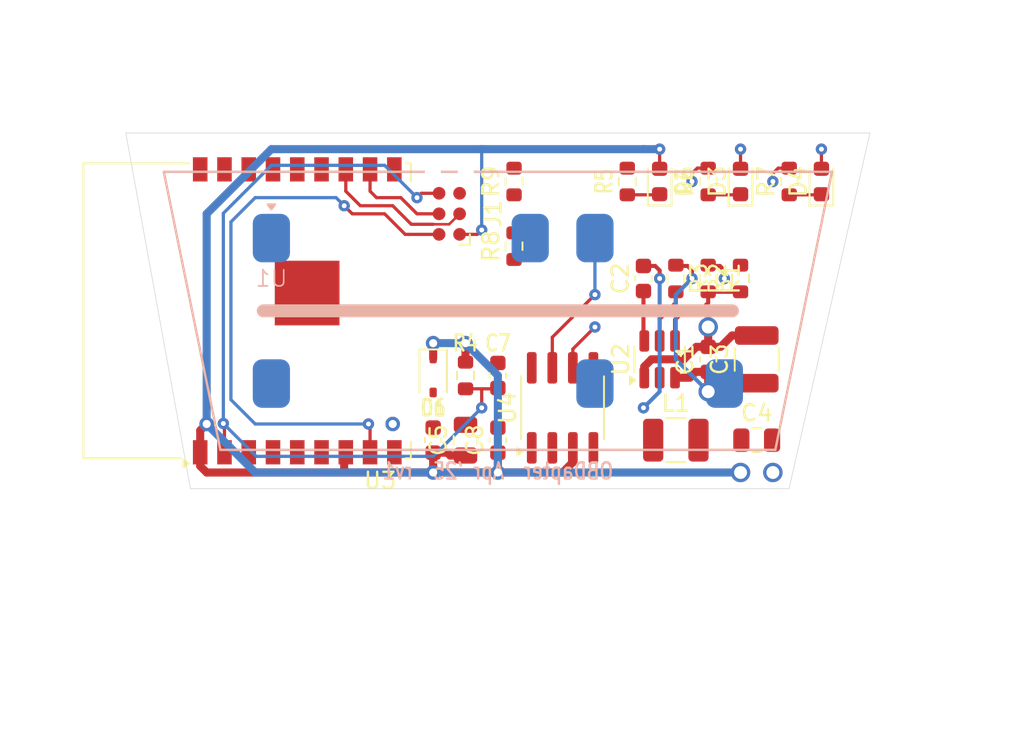
<source format=kicad_pcb>
(kicad_pcb (version 20240108) (generator "pcbnew") (generator_version "8.0")
  (layers (0 "F.Cu" signal "Front") (31 "B.Cu" signal "Back") (34 "B.Paste" user) (35 "F.Paste" user) (36 "B.SilkS" user "B.Silkscreen") (37 "F.SilkS" user "F.Silkscreen") (38 "B.Mask" user) (39 "F.Mask" user) (44 "Edge.Cuts" user))
  (net 0 "")
  (net 1 "vobd")
  (net 2 "can.can.canl")
  (net 3 "can.can.canh")
  (net 4 "gnd")
  (net 5 "v3v3")
  (net 6 "reg_3v3.fb.output")
  (net 7 "reg_3v3.en_res.b")
  (net 8 "mcu.program_en_node")
  (net 9 "ledr.res.a")
  (net 10 "mcu.program_boot_node")
  (net 11 "ledg.signal")
  (net 12 "ledg.res.a")
  (net 13 "ledw.res.a")
  (net 14 "ledw.signal")
  (net 15 "vobd_sense.output")
  (net 16 "can.controller.txd")
  (net 17 "mcu.program_uart_node.a_tx")
  (net 18 "can.controller.rxd")
  (net 19 "mcu.program_uart_node.b_tx")
  (net 20 "reg_3v3.boot_cap.neg")
  (net 21 "reg_3v3.boot_cap.pos")
  (footprint "Diode_SMD:D_SOD-323" (layer "F.Cu") (at 96 104 -90)
    (property "Reference" "D1" (at 2 0 360) (layer "F.SilkS") (effects (font (size 1 0.8))))
    (property "Value" "5?A@1V 90? Single 3.53V~3.67V 200mW 3.6V SOD-323 Zener Diodes ROHS")
    (fp_line (start -1.61 0.85) (end 1.05 0.85) (stroke (width 0.12)) (layer "F.SilkS"))
    (fp_line (start -1.61 -0.85) (end -1.61 0.85) (stroke (width 0.12)) (layer "F.SilkS"))
    (fp_line (start -1.61 -0.85) (end 1.05 -0.85) (stroke (width 0.12)) (layer "F.SilkS"))
    (pad "1" smd roundrect (at -1.05 0 270) (size 0.6 0.45) (layers "F.Cu" "F.Paste" "F.Mask") (net 5 "v3v3"))
    (pad "2" smd roundrect (at 1.05 0 270) (size 0.6 0.45) (layers "F.Cu" "F.Paste" "F.Mask") (net 4 "gnd"))
  )
  (footprint "Capacitor_SMD:C_0603_1608Metric" (layer "F.Cu") (at 109 98 90)
    (property "Reference" "C2" (at 0 -1.43 90) (layer "F.SilkS"))
    (property "Value" "100nF")
    (fp_line (start -0.14058 -0.51) (end 0.14058 -0.51) (stroke (width 0.12)) (layer "F.SilkS"))
    (fp_line (start -0.14058 0.51) (end 0.14058 0.51) (stroke (width 0.12)) (layer "F.SilkS"))
    (pad "1" smd roundrect (at -0.775 0 90) (size 0.9 0.95) (layers "F.Cu" "F.Paste" "F.Mask") (net 21 "reg_3v3.boot_cap.pos"))
    (pad "2" smd roundrect (at 0.775 0 90) (size 0.9 0.95) (layers "F.Cu" "F.Paste" "F.Mask") (net 20 "reg_3v3.boot_cap.neg"))
  )
  (footprint "Resistor_SMD:R_0603_1608Metric" (layer "F.Cu") (at 98 104 -90)
    (property "Reference" "R4" (at -2 0 360) (layer "F.SilkS") (effects (font (size 1 0.8))))
    (property "Value" "10k, 1%, 0.1 W")
    (fp_line (start -0.237258 0.5225) (end 0.237258 0.5225) (stroke (width 0.12)) (layer "F.SilkS"))
    (fp_line (start -0.237258 -0.5225) (end 0.237258 -0.5225) (stroke (width 0.12)) (layer "F.SilkS"))
    (pad "1" smd roundrect (at -0.825 0 270) (size 0.8 0.95) (layers "F.Cu" "F.Paste" "F.Mask") (net 5 "v3v3"))
    (pad "2" smd roundrect (at 0.825 0 270) (size 0.8 0.95) (layers "F.Cu" "F.Paste" "F.Mask") (net 8 "mcu.program_en_node"))
  )
  (footprint "RF_Module:ESP-WROOM-02" (layer "F.Cu") (at 87.6 100 90)
    (property "Reference" "U3" (at -10.5 5.13 180) (layer "F.SilkS"))
    (property "Value" "ESP32-C3-WROOM-02")
    (fp_line (start 9.12 -13.22) (end 9.12 -6.7) (stroke (width 0.12)) (layer "F.SilkS"))
    (fp_line (start -9.12 -13.22) (end 9.12 -13.22) (stroke (width 0.12)) (layer "F.SilkS"))
    (fp_line (start -9.12 -13.22) (end -9.12 -7.2) (stroke (width 0.12)) (layer "F.SilkS"))
    (fp_line (start 9.12 6.7) (end 9.12 7) (stroke (width 0.12)) (layer "F.SilkS"))
    (fp_line (start -9.12 6.7) (end -9.12 7.02) (stroke (width 0.12)) (layer "F.SilkS"))
    (fp_line (start 8 7.02) (end 9.12 7.02) (stroke (width 0.12)) (layer "F.SilkS"))
    (fp_line (start -9.12 7.02) (end -8.1 7.02) (stroke (width 0.12)) (layer "F.SilkS"))
    (fp_poly (pts (xy -9.45 -6.7) (xy -9.69 -7.036) (xy -9.21 -7.036) (xy -9.45 -6.7)) (stroke (width 0.12)) (fill solid) (layer "F.SilkS"))
    (pad "1" smd rect (at -8.75 -6 90) (size 1.5 0.9) (layers "F.Cu" "F.Paste" "F.Mask") (net 5 "v3v3"))
    (pad "2" smd rect (at -8.75 -4.5 90) (size 1.5 0.9) (layers "F.Cu" "F.Paste" "F.Mask") (net 8 "mcu.program_en_node"))
    (pad "3" smd rect (at -8.75 -3 90) (size 1.5 0.9) (layers "F.Cu" "F.Paste" "F.Mask") (net 16 "can.controller.txd"))
    (pad "4" smd rect (at -8.75 -1.5 90) (size 1.5 0.9) (layers "F.Cu" "F.Paste" "F.Mask") (net 18 "can.controller.rxd"))
    (pad "5" smd rect (at -8.75 0 90) (size 1.5 0.9) (layers "F.Cu" "F.Paste" "F.Mask"))
    (pad "6" smd rect (at -8.75 1.5 90) (size 1.5 0.9) (layers "F.Cu" "F.Paste" "F.Mask"))
    (pad "7" smd rect (at -8.75 3 90) (size 1.5 0.9) (layers "F.Cu" "F.Paste" "F.Mask") (net 5 "v3v3"))
    (pad "8" smd rect (at -8.75 4.5 90) (size 1.5 0.9) (layers "F.Cu" "F.Paste" "F.Mask") (net 10 "mcu.program_boot_node"))
    (pad "9" smd rect (at -8.75 6 90) (size 1.5 0.9) (layers "F.Cu" "F.Paste" "F.Mask") (net 4 "gnd"))
    (pad "10" smd rect (at 8.75 6 90) (size 1.5 0.9) (layers "F.Cu" "F.Paste" "F.Mask"))
    (pad "11" smd rect (at 8.75 4.5 90) (size 1.5 0.9) (layers "F.Cu" "F.Paste" "F.Mask") (net 19 "mcu.program_uart_node.b_tx"))
    (pad "12" smd rect (at 8.75 3 90) (size 1.5 0.9) (layers "F.Cu" "F.Paste" "F.Mask") (net 17 "mcu.program_uart_node.a_tx"))
    (pad "13" smd rect (at 8.75 1.5 90) (size 1.5 0.9) (layers "F.Cu" "F.Paste" "F.Mask"))
    (pad "14" smd rect (at 8.75 0 90) (size 1.5 0.9) (layers "F.Cu" "F.Paste" "F.Mask"))
    (pad "15" smd rect (at 8.75 -1.5 90) (size 1.5 0.9) (layers "F.Cu" "F.Paste" "F.Mask") (net 14 "ledw.signal"))
    (pad "16" smd rect (at 8.75 -3 90) (size 1.5 0.9) (layers "F.Cu" "F.Paste" "F.Mask") (net 5 "v3v3"))
    (pad "17" smd rect (at 8.75 -4.5 90) (size 1.5 0.9) (layers "F.Cu" "F.Paste" "F.Mask") (net 11 "ledg.signal"))
    (pad "18" smd rect (at 8.75 -6 90) (size 1.5 0.9) (layers "F.Cu" "F.Paste" "F.Mask") (net 15 "vobd_sense.output"))
    (pad "19" smd rect (at 1.1 0.61 90) (size 4 4) (layers "F.Cu" "F.Paste" "F.Mask") (net 4 "gnd"))
  )
  (footprint "LED_SMD:LED_0603_1608Metric" (layer "F.Cu") (at 115 92 90)
    (property "Reference" "D3" (at 0 -1.43 90) (layer "F.SilkS"))
    (property "Value" "LED")
    (fp_line (start 0.8 -0.735) (end -1.485 -0.735) (stroke (width 0.12)) (layer "F.SilkS"))
    (fp_line (start -1.485 -0.735) (end -1.485 0.735) (stroke (width 0.12)) (layer "F.SilkS"))
    (fp_line (start -1.485 0.735) (end 0.8 0.735) (stroke (width 0.12)) (layer "F.SilkS"))
    (pad "1" smd roundrect (at -0.7875 0 90) (size 0.875 0.95) (layers "F.Cu" "F.Paste" "F.Mask") (net 12 "ledg.res.a"))
    (pad "2" smd roundrect (at 0.7875 0 90) (size 0.875 0.95) (layers "F.Cu" "F.Paste" "F.Mask") (net 11 "ledg.signal"))
  )
  (footprint "Capacitor_SMD:C_0805_2012Metric" (layer "F.Cu") (at 116 108)
    (property "Reference" "C4" (at 0 -1.68 360) (layer "F.SilkS"))
    (property "Value" "10uF")
    (fp_line (start -0.261252 -0.735) (end 0.261252 -0.735) (stroke (width 0.12)) (layer "F.SilkS"))
    (fp_line (start -0.261252 0.735) (end 0.261252 0.735) (stroke (width 0.12)) (layer "F.SilkS"))
    (pad "1" smd roundrect (at -0.95 0) (size 1 1.45) (layers "F.Cu" "F.Paste" "F.Mask") (net 5 "v3v3"))
    (pad "2" smd roundrect (at 0.95 0) (size 1 1.45) (layers "F.Cu" "F.Paste" "F.Mask") (net 4 "gnd"))
  )
  (footprint "Capacitor_SMD:C_0603_1608Metric" (layer "F.Cu") (at 113 103 90)
    (property "Reference" "C1" (at 0 -1.43 90) (layer "F.SilkS"))
    (property "Value" "100nF")
    (fp_line (start -0.14058 -0.51) (end 0.14058 -0.51) (stroke (width 0.12)) (layer "F.SilkS"))
    (fp_line (start -0.14058 0.51) (end 0.14058 0.51) (stroke (width 0.12)) (layer "F.SilkS"))
    (pad "1" smd roundrect (at -0.775 0 90) (size 0.9 0.95) (layers "F.Cu" "F.Paste" "F.Mask") (net 1 "vobd"))
    (pad "2" smd roundrect (at 0.775 0 90) (size 0.9 0.95) (layers "F.Cu" "F.Paste" "F.Mask") (net 4 "gnd"))
  )
  (footprint "Resistor_SMD:R_0603_1608Metric" (layer "F.Cu") (at 101 96 90)
    (property "Reference" "R8" (at 0 -1.43 90) (layer "F.SilkS"))
    (property "Value" "100k, 1%, 0.1 W")
    (fp_line (start -0.237258 -0.5225) (end 0.237258 -0.5225) (stroke (width 0.12)) (layer "F.SilkS"))
    (fp_line (start -0.237258 0.5225) (end 0.237258 0.5225) (stroke (width 0.12)) (layer "F.SilkS"))
    (pad "1" smd roundrect (at -0.825 0 90) (size 0.8 0.95) (layers "F.Cu" "F.Paste" "F.Mask") (net 1 "vobd"))
    (pad "2" smd roundrect (at 0.825 0 90) (size 0.8 0.95) (layers "F.Cu" "F.Paste" "F.Mask") (net 15 "vobd_sense.output"))
  )
  (footprint "Capacitor_SMD:C_1210_3225Metric" (layer "F.Cu") (at 116 103 90)
    (property "Reference" "C3" (at 0 -2.3 90) (layer "F.SilkS"))
    (property "Value" "10uF")
    (fp_line (start -0.711252 -1.36) (end 0.711252 -1.36) (stroke (width 0.12)) (layer "F.SilkS"))
    (fp_line (start -0.711252 1.36) (end 0.711252 1.36) (stroke (width 0.12)) (layer "F.SilkS"))
    (pad "1" smd roundrect (at -1.475 0 90) (size 1.15 2.7) (layers "F.Cu" "F.Paste" "F.Mask") (roundrect_rratio 0.217391) (net 1 "vobd"))
    (pad "2" smd roundrect (at 1.475 0 90) (size 1.15 2.7) (layers "F.Cu" "F.Paste" "F.Mask") (roundrect_rratio 0.217391) (net 4 "gnd"))
  )
  (footprint "Resistor_SMD:R_0603_1608Metric" (layer "F.Cu") (at 108 92 90)
    (property "Reference" "R5" (at 0 -1.43 90) (layer "F.SilkS") (effects (font (size 1 0.8))))
    (property "Value" "1k, 1%, 0.1 W")
    (fp_line (start -0.237258 -0.5225) (end 0.237258 -0.5225) (stroke (width 0.12)) (layer "F.SilkS"))
    (fp_line (start -0.237258 0.5225) (end 0.237258 0.5225) (stroke (width 0.12)) (layer "F.SilkS"))
    (pad "1" smd roundrect (at -0.825 0 90) (size 0.8 0.95) (layers "F.Cu" "F.Paste" "F.Mask") (net 9 "ledr.res.a"))
    (pad "2" smd roundrect (at 0.825 0 90) (size 0.8 0.95) (layers "F.Cu" "F.Paste" "F.Mask") (net 10 "mcu.program_boot_node"))
  )
  (footprint "LED_SMD:LED_0603_1608Metric" (layer "F.Cu") (at 120 92 90)
    (property "Reference" "D4" (at 0 -1.43 90) (layer "F.SilkS"))
    (property "Value" "LED")
    (fp_line (start 0.8 -0.735) (end -1.485 -0.735) (stroke (width 0.12)) (layer "F.SilkS"))
    (fp_line (start -1.485 -0.735) (end -1.485 0.735) (stroke (width 0.12)) (layer "F.SilkS"))
    (fp_line (start -1.485 0.735) (end 0.8 0.735) (stroke (width 0.12)) (layer "F.SilkS"))
    (pad "1" smd roundrect (at -0.7875 0 90) (size 0.875 0.95) (layers "F.Cu" "F.Paste" "F.Mask") (net 13 "ledw.res.a"))
    (pad "2" smd roundrect (at 0.7875 0 90) (size 0.875 0.95) (layers "F.Cu" "F.Paste" "F.Mask") (net 14 "ledw.signal"))
  )
  (footprint "Resistor_SMD:R_0603_1608Metric" (layer "F.Cu") (at 101 92 90)
    (property "Reference" "R9" (at 0 -1.43 90) (layer "F.SilkS"))
    (property "Value" "10k, 1%, 0.1 W")
    (fp_line (start -0.237258 -0.5225) (end 0.237258 -0.5225) (stroke (width 0.12)) (layer "F.SilkS"))
    (fp_line (start -0.237258 0.5225) (end 0.237258 0.5225) (stroke (width 0.12)) (layer "F.SilkS"))
    (pad "1" smd roundrect (at -0.825 0 90) (size 0.8 0.95) (layers "F.Cu" "F.Paste" "F.Mask") (net 15 "vobd_sense.output"))
    (pad "2" smd roundrect (at 0.825 0 90) (size 0.8 0.95) (layers "F.Cu" "F.Paste" "F.Mask") (net 4 "gnd"))
  )
  (footprint "Capacitor_SMD:C_0603_1608Metric" (layer "F.Cu") (at 96 108 90)
    (property "Reference" "C6" (at 2 0 360) (layer "F.SilkS") (effects (font (size 1 0.8))))
    (property "Value" "100nF")
    (fp_line (start -0.14058 -0.51) (end 0.14058 -0.51) (stroke (width 0.12)) (layer "F.SilkS"))
    (fp_line (start -0.14058 0.51) (end 0.14058 0.51) (stroke (width 0.12)) (layer "F.SilkS"))
    (pad "1" smd roundrect (at -0.775 0 90) (size 0.9 0.95) (layers "F.Cu" "F.Paste" "F.Mask") (net 5 "v3v3"))
    (pad "2" smd roundrect (at 0.775 0 90) (size 0.9 0.95) (layers "F.Cu" "F.Paste" "F.Mask") (net 4 "gnd"))
  )
  (footprint "Capacitor_SMD:C_0603_1608Metric" (layer "F.Cu") (at 100 108 90)
    (property "Reference" "C8" (at 0 -1.43 90) (layer "F.SilkS"))
    (property "Value" "100nF")
    (fp_line (start -0.14058 -0.51) (end 0.14058 -0.51) (stroke (width 0.12)) (layer "F.SilkS"))
    (fp_line (start -0.14058 0.51) (end 0.14058 0.51) (stroke (width 0.12)) (layer "F.SilkS"))
    (pad "1" smd roundrect (at -0.775 0 90) (size 0.9 0.95) (layers "F.Cu" "F.Paste" "F.Mask") (net 5 "v3v3"))
    (pad "2" smd roundrect (at 0.775 0 90) (size 0.9 0.95) (layers "F.Cu" "F.Paste" "F.Mask") (net 4 "gnd"))
  )
  (footprint "Package_SO:SOIC-8_3.9x4.9mm_P1.27mm" (layer "F.Cu") (at 104 106 90)
    (property "Reference" "U4" (at 0 -3.4 90) (layer "F.SilkS"))
    (property "Value" "SN65HVD230DR")
    (fp_line (start 0 -2.56) (end 1.95 -2.56) (stroke (width 0.12)) (layer "F.SilkS"))
    (fp_line (start 0 -2.56) (end -1.95 -2.56) (stroke (width 0.12)) (layer "F.SilkS"))
    (fp_line (start 0 2.56) (end 1.95 2.56) (stroke (width 0.12)) (layer "F.SilkS"))
    (fp_line (start 0 2.56) (end -1.95 2.56) (stroke (width 0.12)) (layer "F.SilkS"))
    (fp_poly (pts (xy -2.7 -2.465) (xy -2.94 -2.795) (xy -2.46 -2.795) (xy -2.7 -2.465)) (stroke (width 0.12)) (fill solid) (layer "F.SilkS"))
    (pad "1" smd roundrect (at -2.475 -1.905 90) (size 1.95 0.6) (layers "F.Cu" "F.Paste" "F.Mask") (net 16 "can.controller.txd"))
    (pad "2" smd roundrect (at -2.475 -0.635 90) (size 1.95 0.6) (layers "F.Cu" "F.Paste" "F.Mask") (net 4 "gnd"))
    (pad "3" smd roundrect (at -2.475 0.635 90) (size 1.95 0.6) (layers "F.Cu" "F.Paste" "F.Mask") (net 5 "v3v3"))
    (pad "4" smd roundrect (at -2.475 1.905 90) (size 1.95 0.6) (layers "F.Cu" "F.Paste" "F.Mask") (net 18 "can.controller.rxd"))
    (pad "5" smd roundrect (at 2.475 1.905 90) (size 1.95 0.6) (layers "F.Cu" "F.Paste" "F.Mask"))
    (pad "6" smd roundrect (at 2.475 0.635 90) (size 1.95 0.6) (layers "F.Cu" "F.Paste" "F.Mask") (net 2 "can.can.canl"))
    (pad "7" smd roundrect (at 2.475 -0.635 90) (size 1.95 0.6) (layers "F.Cu" "F.Paste" "F.Mask") (net 3 "can.can.canh"))
    (pad "8" smd roundrect (at 2.475 -1.905 90) (size 1.95 0.6) (layers "F.Cu" "F.Paste" "F.Mask") (net 4 "gnd"))
  )
  (footprint "Resistor_SMD:R_0603_1608Metric" (layer "F.Cu") (at 115 98 90)
    (property "Reference" "R2" (at 0 -1.43 90) (layer "F.SilkS"))
    (property "Value" "1.5k, 1%, 0.1 W")
    (fp_line (start -0.237258 -0.5225) (end 0.237258 -0.5225) (stroke (width 0.12)) (layer "F.SilkS"))
    (fp_line (start -0.237258 0.5225) (end 0.237258 0.5225) (stroke (width 0.12)) (layer "F.SilkS"))
    (pad "1" smd roundrect (at -0.825 0 90) (size 0.8 0.95) (layers "F.Cu" "F.Paste" "F.Mask") (net 6 "reg_3v3.fb.output"))
    (pad "2" smd roundrect (at 0.825 0 90) (size 0.8 0.95) (layers "F.Cu" "F.Paste" "F.Mask") (net 4 "gnd"))
  )
  (footprint "Package_TO_SOT_SMD:SOT-23-6" (layer "F.Cu") (at 110 103 90)
    (property "Reference" "U2" (at 0 -2.4 90) (layer "F.SilkS"))
    (property "Value" "TPS54202H")
    (fp_line (start 0 -1.56) (end 0.8 -1.56) (stroke (width 0.12)) (layer "F.SilkS"))
    (fp_line (start 0 -1.56) (end -0.8 -1.56) (stroke (width 0.12)) (layer "F.SilkS"))
    (fp_line (start 0 1.56) (end 0.8 1.56) (stroke (width 0.12)) (layer "F.SilkS"))
    (fp_line (start 0 1.56) (end -0.8 1.56) (stroke (width 0.12)) (layer "F.SilkS"))
    (fp_poly (pts (xy -1.3 -1.51) (xy -1.54 -1.84) (xy -1.06 -1.84) (xy -1.3 -1.51)) (stroke (width 0.12)) (fill solid) (layer "F.SilkS"))
    (pad "1" smd roundrect (at -1.1375 -0.95 90) (size 1.325 0.6) (layers "F.Cu" "F.Paste" "F.Mask") (net 4 "gnd"))
    (pad "2" smd roundrect (at -1.1375 0 90) (size 1.325 0.6) (layers "F.Cu" "F.Paste" "F.Mask") (net 20 "reg_3v3.boot_cap.neg"))
    (pad "3" smd roundrect (at -1.1375 0.95 90) (size 1.325 0.6) (layers "F.Cu" "F.Paste" "F.Mask") (net 1 "vobd"))
    (pad "4" smd roundrect (at 1.1375 0.95 90) (size 1.325 0.6) (layers "F.Cu" "F.Paste" "F.Mask") (net 6 "reg_3v3.fb.output"))
    (pad "5" smd roundrect (at 1.1375 0 90) (size 1.325 0.6) (layers "F.Cu" "F.Paste" "F.Mask") (net 7 "reg_3v3.en_res.b"))
    (pad "6" smd roundrect (at 1.1375 -0.95 90) (size 1.325 0.6) (layers "F.Cu" "F.Paste" "F.Mask") (net 21 "reg_3v3.boot_cap.pos"))
  )
  (footprint "Inductor_SMD:L_1210_3225Metric" (layer "F.Cu") (at 111 108)
    (property "Reference" "L1" (at 0 -2.28 0) (layer "F.SilkS"))
    (property "Value" "620mA 22uH ±10% 270m? 1210 Inductors (SMD) ROHS")
    (fp_line (start -0.602064 -1.36) (end 0.602064 -1.36) (stroke (width 0.12)) (layer "F.SilkS"))
    (fp_line (start -0.602064 1.36) (end 0.602064 1.36) (stroke (width 0.12)) (layer "F.SilkS"))
    (pad "1" smd roundrect (at -1.4 0) (size 1.25 2.65) (layers "F.Cu" "F.Paste" "F.Mask") (roundrect_rratio 0.2) (net 20 "reg_3v3.boot_cap.neg"))
    (pad "2" smd roundrect (at 1.4 0) (size 1.25 2.65) (layers "F.Cu" "F.Paste" "F.Mask") (roundrect_rratio 0.2) (net 5 "v3v3"))
  )
  (footprint "Capacitor_SMD:C_0805_2012Metric" (layer "F.Cu") (at 98 108 90)
    (property "Reference" "C5" (at 0 -1.68 90) (layer "F.SilkS"))
    (property "Value" "10uF")
    (fp_line (start -0.261252 -0.735) (end 0.261252 -0.735) (stroke (width 0.12)) (layer "F.SilkS"))
    (fp_line (start -0.261252 0.735) (end 0.261252 0.735) (stroke (width 0.12)) (layer "F.SilkS"))
    (pad "1" smd roundrect (at -0.95 0 90) (size 1 1.45) (layers "F.Cu" "F.Paste" "F.Mask") (net 5 "v3v3"))
    (pad "2" smd roundrect (at 0.95 0 90) (size 1 1.45) (layers "F.Cu" "F.Paste" "F.Mask") (net 4 "gnd"))
  )
  (footprint "Capacitor_SMD:C_0603_1608Metric" (layer "F.Cu") (at 100 104 90)
    (property "Reference" "C7" (at 2 0 180) (layer "F.SilkS") (effects (font (size 1 0.8))))
    (property "Value" "1uF")
    (fp_line (start -0.14058 -0.51) (end 0.14058 -0.51) (stroke (width 0.12)) (layer "F.SilkS"))
    (fp_line (start -0.14058 0.51) (end 0.14058 0.51) (stroke (width 0.12)) (layer "F.SilkS"))
    (pad "1" smd roundrect (at -0.775 0 90) (size 0.9 0.95) (layers "F.Cu" "F.Paste" "F.Mask") (net 8 "mcu.program_en_node"))
    (pad "2" smd roundrect (at 0.775 0 90) (size 0.9 0.95) (layers "F.Cu" "F.Paste" "F.Mask") (net 4 "gnd"))
  )
  (footprint "Resistor_SMD:R_0603_1608Metric" (layer "F.Cu") (at 111 98 -90)
    (property "Reference" "R3" (at 0 -1.43 90) (layer "F.SilkS"))
    (property "Value" "510k, 1%, 0.1 W")
    (fp_line (start -0.237258 0.5225) (end 0.237258 0.5225) (stroke (width 0.12)) (layer "F.SilkS"))
    (fp_line (start -0.237258 -0.5225) (end 0.237258 -0.5225) (stroke (width 0.12)) (layer "F.SilkS"))
    (pad "1" smd roundrect (at -0.825 0 270) (size 0.8 0.95) (layers "F.Cu" "F.Paste" "F.Mask") (net 1 "vobd"))
    (pad "2" smd roundrect (at 0.825 0 270) (size 0.8 0.95) (layers "F.Cu" "F.Paste" "F.Mask") (net 7 "reg_3v3.en_res.b"))
  )
  (footprint "LED_SMD:LED_0603_1608Metric" (layer "F.Cu") (at 110 92 90)
    (property "Reference" "D2" (at 0 1.5 90) (layer "F.SilkS") (effects (font (size 1 0.8))))
    (property "Value" "LED")
    (fp_line (start 0.8 -0.735) (end -1.485 -0.735) (stroke (width 0.12)) (layer "F.SilkS"))
    (fp_line (start -1.485 -0.735) (end -1.485 0.735) (stroke (width 0.12)) (layer "F.SilkS"))
    (fp_line (start -1.485 0.735) (end 0.8 0.735) (stroke (width 0.12)) (layer "F.SilkS"))
    (pad "1" smd roundrect (at -0.7875 0 90) (size 0.875 0.95) (layers "F.Cu" "F.Paste" "F.Mask") (net 9 "ledr.res.a"))
    (pad "2" smd roundrect (at 0.7875 0 90) (size 0.875 0.95) (layers "F.Cu" "F.Paste" "F.Mask") (net 5 "v3v3"))
  )
  (footprint "Connector:Tag-Connect_TC2030-IDC-NL_2x03_P1.27mm_Vertical" (layer "F.Cu") (at 97 94 90)
    (property "Reference" "J1" (at 0 2.7 90) (layer "F.SilkS"))
    (property "Value" "")
    (fp_line (start -1.27 1.27) (end -1.905 1.27) (stroke (width 0.12)) (layer "F.SilkS"))
    (fp_line (start -1.905 1.27) (end -1.905 0.635) (stroke (width 0.12)) (layer "F.SilkS"))
    (pad "" np_thru_hole circle (at -2.54 0 90) (size 0.9906 0.9906) (drill 0.9906) (layers "*.Cu" "*.Mask"))
    (pad "" np_thru_hole circle (at 2.54 -1.016 90) (size 0.9906 0.9906) (drill 0.9906) (layers "*.Cu" "*.Mask"))
    (pad "" np_thru_hole circle (at 2.54 1.016 90) (size 0.9906 0.9906) (drill 0.9906) (layers "*.Cu" "*.Mask"))
    (pad "1" connect circle (at -1.27 0.635 90) (size 0.7874 0.7874) (layers "F.Cu" "F.Mask") (net 5 "v3v3"))
    (pad "2" connect circle (at -1.27 -0.635 90) (size 0.7874 0.7874) (layers "F.Cu" "F.Mask") (net 10 "mcu.program_boot_node"))
    (pad "3" connect circle (at 0 0.635 90) (size 0.7874 0.7874) (layers "F.Cu" "F.Mask") (net 17 "mcu.program_uart_node.a_tx"))
    (pad "4" connect circle (at 0 -0.635 90) (size 0.7874 0.7874) (layers "F.Cu" "F.Mask") (net 19 "mcu.program_uart_node.b_tx"))
    (pad "5" connect circle (at 1.27 0.635 90) (size 0.7874 0.7874) (layers "F.Cu" "F.Mask") (net 4 "gnd"))
    (pad "6" connect circle (at 1.27 -0.635 90) (size 0.7874 0.7874) (layers "F.Cu" "F.Mask") (net 8 "mcu.program_en_node"))
  )
  (footprint "Resistor_SMD:R_0603_1608Metric" (layer "F.Cu") (at 113 98 -90)
    (property "Reference" "R1" (at 0 -1.43 90) (layer "F.SilkS"))
    (property "Value" "6.8k, 1%, 0.1 W")
    (fp_line (start -0.237258 0.5225) (end 0.237258 0.5225) (stroke (width 0.12)) (layer "F.SilkS"))
    (fp_line (start -0.237258 -0.5225) (end 0.237258 -0.5225) (stroke (width 0.12)) (layer "F.SilkS"))
    (pad "1" smd roundrect (at -0.825 0 270) (size 0.8 0.95) (layers "F.Cu" "F.Paste" "F.Mask") (net 5 "v3v3"))
    (pad "2" smd roundrect (at 0.825 0 270) (size 0.8 0.95) (layers "F.Cu" "F.Paste" "F.Mask") (net 6 "reg_3v3.fb.output"))
  )
  (footprint "Resistor_SMD:R_0603_1608Metric" (layer "F.Cu") (at 118.01 92 90)
    (property "Reference" "R7" (at 0 -1.43 90) (layer "F.SilkS"))
    (property "Value" "1k, 1%, 0.1 W")
    (fp_line (start -0.237258 -0.5225) (end 0.237258 -0.5225) (stroke (width 0.12)) (layer "F.SilkS"))
    (fp_line (start -0.237258 0.5225) (end 0.237258 0.5225) (stroke (width 0.12)) (layer "F.SilkS"))
    (pad "1" smd roundrect (at -0.825 0 90) (size 0.8 0.95) (layers "F.Cu" "F.Paste" "F.Mask") (net 13 "ledw.res.a"))
    (pad "2" smd roundrect (at 0.825 0 90) (size 0.8 0.95) (layers "F.Cu" "F.Paste" "F.Mask") (net 4 "gnd"))
  )
  (footprint "Resistor_SMD:R_0603_1608Metric" (layer "F.Cu") (at 113 92 90)
    (property "Reference" "R6" (at 0 -1.43 90) (layer "F.SilkS"))
    (property "Value" "1k, 1%, 0.1 W")
    (fp_line (start -0.237258 -0.5225) (end 0.237258 -0.5225) (stroke (width 0.12)) (layer "F.SilkS"))
    (fp_line (start -0.237258 0.5225) (end 0.237258 0.5225) (stroke (width 0.12)) (layer "F.SilkS"))
    (pad "1" smd roundrect (at -0.825 0 90) (size 0.8 0.95) (layers "F.Cu" "F.Paste" "F.Mask") (net 12 "ledg.res.a"))
    (pad "2" smd roundrect (at 0.825 0 90) (size 0.8 0.95) (layers "F.Cu" "F.Paste" "F.Mask") (net 4 "gnd"))
  )
  (footprint "project:J1962" (layer "B.Cu") (at 100 100 180)
    (property "Reference" "U1" (at 14 2 0) (layer "B.SilkS") (effects (font (thickness 0.1)) (justify mirror)))
    (property "Value" "")
    (fp_line (start 20.65 8.6) (end -20.65 8.6) (stroke (width 0.15)) (layer "B.SilkS"))
    (fp_line (start 17.15 -8.6) (end 20.65 8.6) (stroke (width 0.15)) (layer "B.SilkS"))
    (fp_line (start 17.15 -8.6) (end -17.15 -8.6) (stroke (width 0.15)) (layer "B.SilkS"))
    (fp_line (start 14.5 0) (end -14.5 0) (stroke (width 0.8)) (layer "B.SilkS"))
    (fp_line (start -20.65 8.6) (end -17.15 -8.6) (stroke (width 0.15)) (layer "B.SilkS"))
    (fp_poly (pts (xy 14 6.26) (xy 13.76 6.59) (xy 14.24 6.59) (xy 14 6.26)) (stroke (width 0.12)) (fill solid) (layer "B.SilkS"))
    (pad "1" smd roundrect (at 14 4.5 180) (size 2.3 3) (layers "B.Cu" "B.Paste" "B.Mask"))
    (pad "5" smd roundrect (at -2 4.5 180) (size 2.3 3) (layers "B.Cu" "B.Paste" "B.Mask") (net 4 "gnd"))
    (pad "6" smd roundrect (at -6 4.5 180) (size 2.3 3) (layers "B.Cu" "B.Paste" "B.Mask") (net 3 "can.can.canh"))
    (pad "9" smd roundrect (at 14 -4.5 180) (size 2.3 3) (layers "B.Cu" "B.Paste" "B.Mask"))
    (pad "14" smd roundrect (at -6 -4.5 180) (size 2.3 3) (layers "B.Cu" "B.Paste" "B.Mask") (net 2 "can.can.canl"))
    (pad "16" smd roundrect (at -14 -4.5 180) (size 2.3 3) (layers "B.Cu" "B.Paste" "B.Mask") (net 1 "vobd"))
  )
  (gr_line (start 81 111) (end 118 111) (stroke (width 0.0381)) (layer "Edge.Cuts"))
  (gr_line (start 118 111) (end 123 89) (stroke (width 0.0381)) (layer "Edge.Cuts"))
  (gr_line (start 77 89) (end 81 111) (stroke (width 0.0381)) (layer "Edge.Cuts"))
  (gr_line (start 123 89) (end 77 89) (stroke (width 0.0381)) (layer "Edge.Cuts"))
  (gr_text "OBDapter  Apr '25  rv1" (at 100 110.5 0) (layer "B.SilkS") (effects (font (size 1 0.8) (thickness 0.15) (bold yes)) (justify bottom mirror)))
  (segment (start 112 97.5) (end 111.725 97.225) (width 0.25) (layer "F.Cu") (net 1))
  (segment (start 112 97.5) (end 112 98) (width 0.25) (layer "F.Cu") (net 1))
  (segment (start 111.8625 104.1375) (end 112.225 103.775) (width 0.5) (layer "F.Cu") (net 1))
  (segment (start 113 103.775) (end 113 105) (width 0.5) (layer "F.Cu") (net 1))
  (segment (start 113 103.775) (end 113.775 103.775) (width 0.5) (layer "F.Cu") (net 1))
  (segment (start 114.475 104.475) (end 116 104.475) (width 0.5) (layer "F.Cu") (net 1))
  (segment (start 112.225 103.775) (end 113 103.775) (width 0.5) (layer "F.Cu") (net 1))
  (segment (start 110.95 104.1375) (end 111.8625 104.1375) (width 0.5) (layer "F.Cu") (net 1))
  (segment (start 111.725 97.225) (end 111 97.225) (width 0.25) (layer "F.Cu") (net 1))
  (segment (start 113.775 103.775) (end 114.475 104.475) (width 0.5) (layer "F.Cu") (net 1))
  (via (at 112 98) (size 0.7) (drill 0.3) (layers "F.Cu" "B.Cu") (net 1))
  (via (at 113 105) (size 1.2) (drill 0.8) (layers "F.Cu" "B.Cu") (net 1))
  (segment (start 111 103) (end 113 105) (width 0.25) (layer "B.Cu") (net 1))
  (segment (start 112 98) (end 111 99) (width 0.25) (layer "B.Cu") (net 1))
  (segment (start 111 99) (end 111 103) (width 0.25) (layer "B.Cu") (net 1))
  (segment (start 104.635 103.525) (end 104.635 102.365) (width 0.2) (layer "F.Cu") (net 2))
  (segment (start 104.635 102.365) (end 106 101) (width 0.2) (layer "F.Cu") (net 2))
  (via (at 106 101) (size 0.7) (drill 0.3) (layers "F.Cu" "B.Cu") (net 2))
  (segment (start 103.365 103.525) (end 103.365 101.635) (width 0.2) (layer "F.Cu") (net 3))
  (segment (start 103.365 101.635) (end 106 99) (width 0.2) (layer "F.Cu") (net 3))
  (via (at 106 99) (size 0.7) (drill 0.3) (layers "F.Cu" "B.Cu") (net 3))
  (segment (start 106 99) (end 106 95.5) (width 0.2) (layer "B.Cu") (net 3))
  (segment (start 112 92) (end 112 91.5) (width 0.2) (layer "F.Cu") (net 4))
  (segment (start 109.05 104.1375) (end 109.05 103.45) (width 0.5) (layer "F.Cu") (net 4))
  (segment (start 113 91.175) (end 112.325 91.175) (width 0.2) (layer "F.Cu") (net 4))
  (segment (start 117.325 91.175) (end 117 91.5) (width 0.2) (layer "F.Cu") (net 4))
  (segment (start 113 102.225) (end 113 101) (width 0.5) (layer "F.Cu") (net 4))
  (segment (start 113.775 102.225) (end 113 102.225) (width 0.5) (layer "F.Cu") (net 4))
  (segment (start 114.475 101.525) (end 113.775 102.225) (width 0.5) (layer "F.Cu") (net 4))
  (segment (start 112.275 102.225) (end 113 102.225) (width 0.5) (layer "F.Cu") (net 4))
  (segment (start 109.05 103.45) (end 109.5 103) (width 0.5) (layer "F.Cu") (net 4))
  (segment (start 118.01 91.175) (end 117.325 91.175) (width 0.2) (layer "F.Cu") (net 4))
  (segment (start 117 92) (end 117 91.5) (width 0.2) (layer "F.Cu") (net 4))
  (segment (start 116 101.525) (end 114.475 101.525) (width 0.5) (layer "F.Cu") (net 4))
  (segment (start 111.5 103) (end 112.275 102.225) (width 0.5) (layer "F.Cu") (net 4))
  (segment (start 112.325 91.175) (end 112 91.5) (width 0.2) (layer "F.Cu") (net 4))
  (segment (start 109.5 103) (end 111.5 103) (width 0.5) (layer "F.Cu") (net 4))
  (via (at 117 92) (size 0.7) (drill 0.3) (layers "F.Cu" "B.Cu") (net 4))
  (via (at 112 92) (size 0.7) (drill 0.3) (layers "F.Cu" "B.Cu") (net 4))
  (via (at 113 101) (size 1.2) (drill 0.8) (layers "F.Cu" "B.Cu") (net 4))
  (via (at 93.5 107) (size 0.9) (drill 0.5) (layers "F.Cu" "B.Cu") (net 4))
  (via (at 117 110) (size 1.2) (drill 0.8) (layers "F.Cu" "B.Cu") (net 4))
  (segment (start 82 110) (end 96 110) (width 0.5) (layer "F.Cu") (net 5))
  (segment (start 90.5 108.85) (end 90.6 108.75) (width 0.5) (layer "F.Cu") (net 5))
  (segment (start 97.635 95.27) (end 98.73 95.27) (width 0.2) (layer "F.Cu") (net 5))
  (segment (start 81.6 109.6) (end 82 110) (width 0.5) (layer "F.Cu") (net 5))
  (segment (start 96 110) (end 100 110) (width 0.5) (layer "F.Cu") (net 5))
  (segment (start 96 102.95) (end 96 102) (width 0.5) (layer "F.Cu") (net 5))
  (segment (start 114 97.5) (end 114 98) (width 0.25) (layer "F.Cu") (net 5))
  (segment (start 100 110) (end 100 108.775) (width 0.5) (layer "F.Cu") (net 5))
  (segment (start 104.635 109.365) (end 104 110) (width 0.5) (layer "F.Cu") (net 5))
  (segment (start 90.5 110) (end 90.5 108.85) (width 0.5) (layer "F.Cu") (net 5))
  (segment (start 81.6 107.4) (end 82 107) (width 0.5) (layer "F.Cu") (net 5))
  (segment (start 113.725 97.225) (end 113 97.225) (width 0.25) (layer "F.Cu") (net 5))
  (segment (start 114 97.5) (end 113.725 97.225) (width 0.25) (layer "F.Cu") (net 5))
  (segment (start 98 108.95) (end 97.05 108.95) (width 0.5) (layer "F.Cu") (net 5))
  (segment (start 81.6 108.75) (end 81.6 109.6) (width 0.5) (layer "F.Cu") (net 5))
  (segment (start 98.73 95.27) (end 99 95) (width 0.2) (layer "F.Cu") (net 5))
  (segment (start 110 91.2125) (end 110 90) (width 0.2) (layer "F.Cu") (net 5))
  (segment (start 104.635 108.475) (end 104.635 109.365) (width 0.5) (layer "F.Cu") (net 5))
  (segment (start 96.875 108.775) (end 96 108.775) (width 0.5) (layer "F.Cu") (net 5))
  (segment (start 100 110) (end 104 110) (width 0.5) (layer "F.Cu") (net 5))
  (segment (start 97.05 108.95) (end 96.875 108.775) (width 0.5) (layer "F.Cu") (net 5))
  (segment (start 81.6 108.75) (end 81.6 107.4) (width 0.5) (layer "F.Cu") (net 5))
  (segment (start 96 108.775) (end 96 110) (width 0.5) (layer "F.Cu") (net 5))
  (segment (start 98 103.175) (end 98 102) (width 0.5) (layer "F.Cu") (net 5))
  (via (at 96 102) (size 0.9) (drill 0.5) (layers "F.Cu" "B.Cu") (net 5))
  (via (at 110 90) (size 0.7) (drill 0.3) (layers "F.Cu" "B.Cu") (net 5))
  (via (at 98 102) (size 0.9) (drill 0.5) (layers "F.Cu" "B.Cu") (net 5))
  (via (at 82 107) (size 0.9) (drill 0.5) (layers "F.Cu" "B.Cu") (net 5))
  (via (at 96 110) (size 0.9) (drill 0.5) (layers "F.Cu" "B.Cu") (net 5))
  (via (at 99 95) (size 0.7) (drill 0.3) (layers "F.Cu" "B.Cu") (net 5))
  (via (at 100 110) (size 0.9) (drill 0.5) (layers "F.Cu" "B.Cu") (net 5))
  (via (at 115 110) (size 1.2) (drill 0.8) (layers "F.Cu" "B.Cu") (net 5))
  (via (at 114 98) (size 0.7) (drill 0.3) (layers "F.Cu" "B.Cu") (net 5))
  (segment (start 99 90) (end 109 90) (width 0.5) (layer "B.Cu") (net 5))
  (segment (start 82 107) (end 82 94) (width 0.5) (layer "B.Cu") (net 5))
  (segment (start 82 94) (end 86 90) (width 0.5) (layer "B.Cu") (net 5))
  (segment (start 96 102) (end 98 102) (width 0.5) (layer "B.Cu") (net 5))
  (segment (start 100 110) (end 100 104) (width 0.5) (layer "B.Cu") (net 5))
  (segment (start 109 90) (end 110 90) (width 0.5) (layer "B.Cu") (net 5))
  (segment (start 86 90) (end 99 90) (width 0.5) (layer "B.Cu") (net 5))
  (segment (start 99 95) (end 99 90) (width 0.2) (layer "B.Cu") (net 5))
  (segment (start 100 104) (end 98 102) (width 0.5) (layer "B.Cu") (net 5))
  (segment (start 82 107) (end 85 110) (width 0.5) (layer "B.Cu") (net 5))
  (segment (start 85 110) (end 115 110) (width 0.5) (layer "B.Cu") (net 5))
  (segment (start 115 98.825) (end 113 98.825) (width 0.25) (layer "F.Cu") (net 6))
  (segment (start 113 99.5) (end 112.5 100) (width 0.25) (layer "F.Cu") (net 6))
  (segment (start 111.5 100) (end 110.95 100.55) (width 0.25) (layer "F.Cu") (net 6))
  (segment (start 112.5 100) (end 111.5 100) (width 0.25) (layer "F.Cu") (net 6))
  (segment (start 113 98.825) (end 113 99.5) (width 0.25) (layer "F.Cu") (net 6))
  (segment (start 110.95 100.55) (end 110.95 101.8625) (width 0.25) (layer "F.Cu") (net 6))
  (segment (start 111 99.5) (end 110 100.5) (width 0.25) (layer "F.Cu") (net 7))
  (segment (start 110 100.5) (end 110 101.8625) (width 0.25) (layer "F.Cu") (net 7))
  (segment (start 111 98.825) (end 111 99.5) (width 0.25) (layer "F.Cu") (net 7))
  (segment (start 98 104.825) (end 99 104.825) (width 0.2) (layer "F.Cu") (net 8))
  (segment (start 95.27 92.73) (end 96.365 92.73) (width 0.2) (layer "F.Cu") (net 8))
  (segment (start 99 106) (end 99 105.825) (width 0.2) (layer "F.Cu") (net 8))
  (segment (start 99 106) (end 99 104.825) (width 0.2) (layer "F.Cu") (net 8))
  (segment (start 95 93) (end 95.27 92.73) (width 0.2) (layer "F.Cu") (net 8))
  (segment (start 99 104.825) (end 99.95 104.825) (width 0.2) (layer "F.Cu") (net 8))
  (segment (start 83.1 107.039338) (end 83.030331 106.969669) (width 0.2) (layer "F.Cu") (net 8))
  (segment (start 99.95 104.825) (end 100 104.775) (width 0.2) (layer "F.Cu") (net 8))
  (segment (start 83 108.74) (end 83.01 108.75) (width 0.5) (layer "F.Cu") (net 8))
  (segment (start 83.1 108.75) (end 83.1 107.039338) (width 0.2) (layer "F.Cu") (net 8))
  (via (at 99 106) (size 0.7) (drill 0.3) (layers "F.Cu" "B.Cu") (net 8))
  (via (at 83.030331 106.969669) (size 0.7) (drill 0.3) (layers "F.Cu" "B.Cu") (net 8))
  (via (at 95 93) (size 0.7) (drill 0.3) (layers "F.Cu" "B.Cu") (net 8))
  (segment (start 95 93) (end 93 91) (width 0.2) (layer "B.Cu") (net 8))
  (segment (start 93 91) (end 86 91) (width 0.2) (layer "B.Cu") (net 8))
  (segment (start 83.030331 93.969669) (end 83.030331 106.969669) (width 0.2) (layer "B.Cu") (net 8))
  (segment (start 99 106) (end 96 109) (width 0.2) (layer "B.Cu") (net 8))
  (segment (start 86 91) (end 83.030331 93.969669) (width 0.2) (layer "B.Cu") (net 8))
  (segment (start 96 109) (end 85.060662 109) (width 0.2) (layer "B.Cu") (net 8))
  (segment (start 85.060662 109) (end 83.030331 106.969669) (width 0.2) (layer "B.Cu") (net 8))
  (segment (start 109.9625 92.825) (end 110 92.7875) (width 0.2) (layer "F.Cu") (net 9))
  (segment (start 108 92.825) (end 109.9625 92.825) (width 0.2) (layer "F.Cu") (net 9))
  (segment (start 92.1 108.75) (end 92.1 107.1) (width 0.2) (layer "F.Cu") (net 10))
  (segment (start 94.5 95.27) (end 96.365 95.27) (width 0.2) (layer "F.Cu") (net 10))
  (segment (start 94.5 95.27) (end 94.27 95.27) (width 0.2) (layer "F.Cu") (net 10))
  (segment (start 92.1 107.1) (end 92 107) (width 0.2) (layer "F.Cu") (net 10))
  (segment (start 94.27 95.27) (end 93 94) (width 0.2) (layer "F.Cu") (net 10))
  (segment (start 91 94) (end 90.5 93.5) (width 0.2) (layer "F.Cu") (net 10))
  (segment (start 93 94) (end 91 94) (width 0.2) (layer "F.Cu") (net 10))
  (via (at 92 107) (size 0.7) (drill 0.3) (layers "F.Cu" "B.Cu") (net 10))
  (via (at 90.5 93.5) (size 0.7) (drill 0.3) (layers "F.Cu" "B.Cu") (net 10))
  (segment (start 90 93) (end 85 93) (width 0.2) (layer "B.Cu") (net 10))
  (segment (start 83.5 94.5) (end 83.5 105.5) (width 0.2) (layer "B.Cu") (net 10))
  (segment (start 90.5 93.5) (end 90 93) (width 0.2) (layer "B.Cu") (net 10))
  (segment (start 85 107) (end 92 107) (width 0.2) (layer "B.Cu") (net 10))
  (segment (start 85 93) (end 83.5 94.5) (width 0.2) (layer "B.Cu") (net 10))
  (segment (start 83.5 105.5) (end 85 107) (width 0.2) (layer "B.Cu") (net 10))
  (segment (start 115 91.2125) (end 115 90) (width 0.2) (layer "F.Cu") (net 11))
  (via (at 115 90) (size 0.7) (drill 0.3) (layers "F.Cu" "B.Cu") (net 11))
  (segment (start 113 92.825) (end 114.9625 92.825) (width 0.2) (layer "F.Cu") (net 12))
  (segment (start 114.9625 92.825) (end 115 92.7875) (width 0.2) (layer "F.Cu") (net 12))
  (segment (start 118.01 92.825) (end 119.9625 92.825) (width 0.2) (layer "F.Cu") (net 13))
  (segment (start 119.9625 92.825) (end 120 92.7875) (width 0.2) (layer "F.Cu") (net 13))
  (segment (start 120 91.2125) (end 120 90) (width 0.2) (layer "F.Cu") (net 14))
  (via (at 120 90) (size 0.7) (drill 0.3) (layers "F.Cu" "B.Cu") (net 14))
  (segment (start 94.6463 94.6463) (end 96 94.6463) (width 0.2) (layer "F.Cu") (net 17))
  (segment (start 91.5 93.5) (end 93.5 93.5) (width 0.2) (layer "F.Cu") (net 17))
  (segment (start 93.5 93.5) (end 94.6463 94.6463) (width 0.2) (layer "F.Cu") (net 17))
  (segment (start 90.6 92.6) (end 91.5 93.5) (width 0.2) (layer "F.Cu") (net 17))
  (segment (start 96 94.6463) (end 96.9887 94.6463) (width 0.16) (layer "F.Cu") (net 17))
  (segment (start 96.9887 94.6463) (end 97.635 94) (width 0.16) (layer "F.Cu") (net 17))
  (segment (start 90.6 91.25) (end 90.6 92.6) (width 0.2) (layer "F.Cu") (net 17))
  (segment (start 95 94) (end 94 93) (width 0.2) (layer "F.Cu") (net 19))
  (segment (start 94 93) (end 92.5 93) (width 0.2) (layer "F.Cu") (net 19))
  (segment (start 92.1 92.6) (end 92.1 91.25) (width 0.2) (layer "F.Cu") (net 19))
  (segment (start 92.5 93) (end 92.1 92.6) (width 0.2) (layer "F.Cu") (net 19))
  (segment (start 96.365 94) (end 95 94) (width 0.2) (layer "F.Cu") (net 19))
  (segment (start 110 97.5) (end 110 98) (width 0.25) (layer "F.Cu") (net 20))
  (segment (start 110 97.5) (end 109.725 97.225) (width 0.25) (layer "F.Cu") (net 20))
  (segment (start 109.725 97.225) (end 109 97.225) (width 0.25) (layer "F.Cu") (net 20))
  (via (at 109 106) (size 0.7) (drill 0.3) (layers "F.Cu" "B.Cu") (net 20))
  (via (at 110 98) (size 0.7) (drill 0.3) (layers "F.Cu" "B.Cu") (net 20))
  (segment (start 109 106) (end 110 105) (width 0.25) (layer "B.Cu") (net 20))
  (segment (start 110 105) (end 110 98) (width 0.25) (layer "B.Cu") (net 20))
  (segment (start 109 98.775) (end 109 101.8125) (width 0.25) (layer "F.Cu") (net 21))
)
</source>
